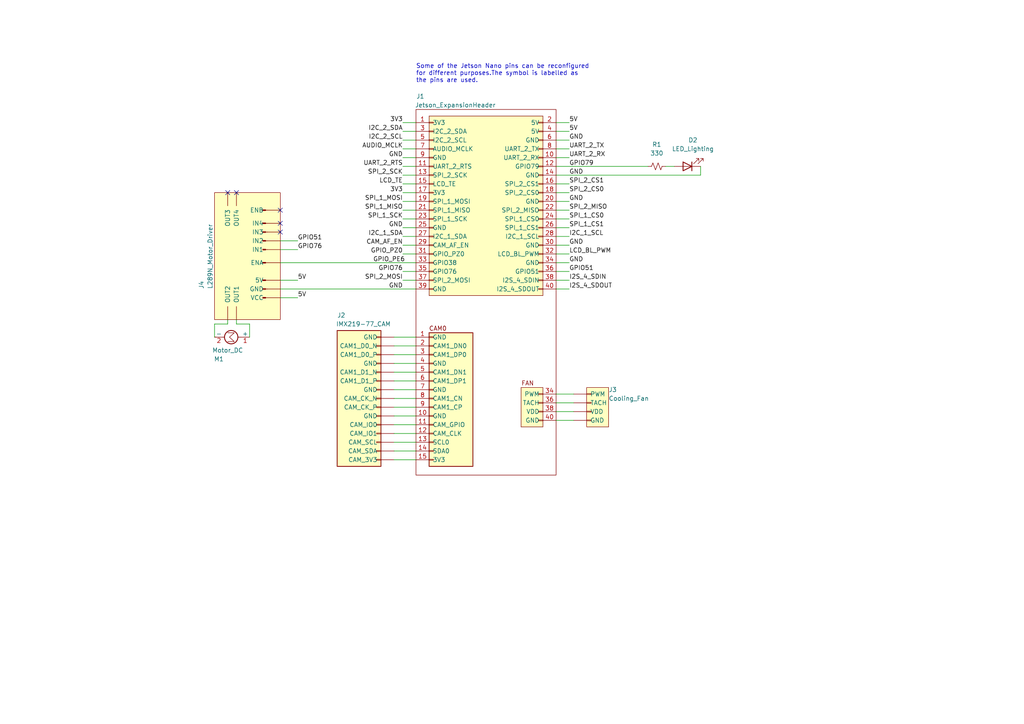
<source format=kicad_sch>
(kicad_sch (version 20211123) (generator eeschema)
  (paper "A4")
  (title_block (title "PlanktoScope with Jetson"))
  (lib_symbols
    (symbol "Conn_01x04_Male_2" (pin_numbers hide) (pin_names (offset 1.016))
      (property "Reference" "J?" (at -7.62 -1.27 0))
      (property "Value" "L289N_Motor_Driver" (at -5.08 -1.27 0))
      (symbol "Conn_01x04_Male_2_0_1"
        (rectangle (start -19.05 3.81) (end 17.78 -15.24) (fill (type background)))
      )
      (symbol "Conn_01x04_Male_2_1_1"
        (rectangle (start -12.573 -11.0236) (end -12.827 -10.16) (stroke (width 0.1524)) (fill (type outline)))
        (rectangle (start -10.033 -11.0236) (end -10.287 -10.16) (stroke (width 0.1524)) (fill (type outline)))
        (rectangle (start -7.493 -11.0236) (end -7.747 -10.16) (stroke (width 0.1524)) (fill (type outline)))
        (rectangle (start -2.413 -11.0236) (end -2.667 -10.16) (stroke (width 0.1524)) (fill (type outline)))
        (polyline (pts (xy -12.7 -11.43) (xy -12.7 -11.0236)) (stroke (width 0.1524)))
        (polyline (pts (xy -10.16 -11.43) (xy -10.16 -11.0236)) (stroke (width 0.1524)))
        (polyline (pts (xy -7.62 -11.43) (xy -7.62 -11.0236)) (stroke (width 0.1524)))
        (polyline (pts (xy -2.54 -11.43) (xy -2.54 -11.0236)) (stroke (width 0.1524)))
        (polyline (pts (xy 1.27 -11.43) (xy 1.27 -11.0236)) (stroke (width 0.1524)))
        (polyline (pts (xy 3.81 -11.43) (xy 3.81 -11.0236)) (stroke (width 0.1524)))
        (polyline (pts (xy 6.35 -11.43) (xy 6.35 -11.0236)) (stroke (width 0.1524)))
        (polyline (pts (xy 8.89 -11.43) (xy 8.89 -11.0236)) (stroke (width 0.1524)))
        (polyline (pts (xy 12.7 -11.43) (xy 12.7 -11.0236)) (stroke (width 0.1524)))
        (rectangle (start 1.397 -11.0236) (end 1.143 -10.16) (stroke (width 0.1524)) (fill (type outline)))
        (rectangle (start 3.937 -11.0236) (end 3.683 -10.16) (stroke (width 0.1524)) (fill (type outline)))
        (rectangle (start 6.477 -11.0236) (end 6.223 -10.16) (stroke (width 0.1524)) (fill (type outline)))
        (rectangle (start 9.017 -11.0236) (end 8.763 -10.16) (stroke (width 0.1524)) (fill (type outline)))
        (rectangle (start 12.827 -11.0236) (end 12.573 -10.16) (stroke (width 0.1524)) (fill (type outline)))
        (pin passive line (at -12.7 -15.24 90) (length 3.81) (name "VCC") (number "1"))
        (pin passive line (at -19.05 0 0) (length 3.81) (name "OUT2") (number "10"))
        (pin passive line (at -19.05 -2.54 0) (length 3.81) (name "OUT1") (number "11"))
        (pin passive line (at -10.16 -15.24 90) (length 3.81) (name "GND") (number "2"))
        (pin passive line (at -7.62 -15.24 90) (length 3.81) (name "5V") (number "3"))
        (pin passive line (at 1.27 -15.24 90) (length 3.81) (name "IN1") (number "4"))
        (pin passive line (at 3.81 -15.24 90) (length 3.81) (name "IN2") (number "5"))
        (pin passive line (at 6.35 -15.24 90) (length 3.81) (name "IN3") (number "6"))
        (pin passive line (at -2.54 -15.24 90) (length 3.81) (name "ENA") (number "7"))
        (pin passive line (at 12.7 -15.24 90) (length 3.81) (name "ENB") (number "7"))
        (pin passive line (at 8.89 -15.24 90) (length 3.81) (name "IN4") (number "7"))
        (pin passive line (at 17.78 -2.54 180) (length 3.81) (name "OUT4") (number "8"))
        (pin passive line (at 17.78 0 180) (length 3.81) (name "OUT3") (number "9"))
      )
    )
    (symbol "Conn_01x15_1" (pin_numbers hide) (pin_names (offset 1.016))
      (property "Reference" "J?" (at -5.08 24.13 0))
      (property "Value" "IMX219-77_CAM" (at -5.08 21.59 0))
      (symbol "Conn_01x15_1_1_1"
        (rectangle (start -1.27 -17.653) (end 0 -17.907) (stroke (width 0.1524)))
        (rectangle (start -1.27 -15.113) (end 0 -15.367) (stroke (width 0.1524)))
        (rectangle (start -1.27 -12.573) (end 0 -12.827) (stroke (width 0.1524)))
        (rectangle (start -1.27 -10.033) (end 0 -10.287) (stroke (width 0.1524)))
        (rectangle (start -1.27 -7.493) (end 0 -7.747) (stroke (width 0.1524)))
        (rectangle (start -1.27 -4.953) (end 0 -5.207) (stroke (width 0.1524)))
        (rectangle (start -1.27 -2.413) (end 0 -2.667) (stroke (width 0.1524)))
        (rectangle (start -1.27 0.127) (end 0 -0.127) (stroke (width 0.1524)))
        (rectangle (start -1.27 2.667) (end 0 2.413) (stroke (width 0.1524)))
        (rectangle (start -1.27 5.207) (end 0 4.953) (stroke (width 0.1524)))
        (rectangle (start -1.27 7.747) (end 0 7.493) (stroke (width 0.1524)))
        (rectangle (start -1.27 10.287) (end 0 10.033) (stroke (width 0.1524)))
        (rectangle (start -1.27 12.827) (end 0 12.573) (stroke (width 0.1524)))
        (rectangle (start -1.27 15.367) (end 0 15.113) (stroke (width 0.1524)))
        (rectangle (start -1.27 17.907) (end 0 17.653) (stroke (width 0.1524)))
        (rectangle (start -1.27 19.685) (end 11.43 -19.685) (stroke (width 0.254)) (fill (type background)))
        (pin passive line (at -5.08 17.78 0) (length 3.81) (name "GND") (number "1"))
        (pin passive line (at -5.08 -5.08 0) (length 3.81) (name "GND") (number "10"))
        (pin passive line (at -5.08 -7.62 0) (length 3.81) (name "CAM_IO0") (number "11"))
        (pin passive line (at -5.08 -10.16 0) (length 3.81) (name "CAM_IO1") (number "12"))
        (pin passive line (at -5.08 -12.7 0) (length 3.81) (name "CAM_SCL") (number "13"))
        (pin passive line (at -5.08 -15.24 0) (length 3.81) (name "CAM_SDA") (number "14"))
        (pin passive line (at -5.08 -17.78 0) (length 3.81) (name "CAM_3V3") (number "15"))
        (pin passive line (at -5.08 15.24 0) (length 3.81) (name "CAM1_D0_N") (number "2"))
        (pin passive line (at -5.08 12.7 0) (length 3.81) (name "CAM1_D0_P") (number "3"))
        (pin passive line (at -5.08 10.16 0) (length 3.81) (name "GND") (number "4"))
        (pin passive line (at -5.08 7.62 0) (length 3.81) (name "CAM1_D1_N") (number "5"))
        (pin passive line (at -5.08 5.08 0) (length 3.81) (name "CAM1_D1_P") (number "6"))
        (pin passive line (at -5.08 2.54 0) (length 3.81) (name "GND") (number "7"))
        (pin passive line (at -5.08 0 0) (length 3.81) (name "CAM_CK_N") (number "8"))
        (pin passive line (at -5.08 -2.54 0) (length 3.81) (name "CAM_CK_P") (number "9"))
      )
    )
    (symbol "Connector:Conn_01x04_Male" (pin_numbers hide) (pin_names (offset 1.016))
      (property "Reference" "J?" (at 1.27 -2.5399 0))
      (property "Value" "Cooling_Fan" (at 1.27 -5.0799 0))
      (symbol "Conn_01x04_Male_1_1"
        (rectangle (start 0 1.905) (end 6.35 -9.525) (fill (type background)))
        (rectangle (start 6.35 -7.493) (end 5.08 -7.747) (stroke (width 0.1524)))
        (rectangle (start 6.35 -4.953) (end 5.08 -5.207) (stroke (width 0.1524)))
        (rectangle (start 6.35 -2.413) (end 5.08 -2.667) (stroke (width 0.1524)))
        (rectangle (start 6.35 0.127) (end 5.08 -0.127) (stroke (width 0.1524)))
        (pin passive line (at 10.16 0 180) (length 3.81) (name "PWM") (number "1"))
        (pin passive line (at 10.16 -2.54 180) (length 3.81) (name "TACH") (number "2"))
        (pin passive line (at 10.16 -5.08 180) (length 3.81) (name "VDD") (number "3"))
        (pin passive line (at 10.16 -7.62 180) (length 3.81) (name "GND") (number "4"))
      )
    )
    (symbol "Device:LED" (pin_numbers hide) (pin_names (offset 1.016) hide)
      (property "Reference" "D" (at 0 2.54 0))
      (property "Value" "LED" (at 0 -2.54 0))
      (symbol "LED_0_1"
        (polyline (pts (xy -1.27 -1.27) (xy -1.27 1.27)) (stroke (width 0.254)))
        (polyline (pts (xy -1.27 0) (xy 1.27 0)))
        (polyline (pts (xy 1.27 -1.27) (xy 1.27 1.27) (xy -1.27 0) (xy 1.27 -1.27)) (stroke (width 0.254)))
        (polyline (pts (xy -3.048 -0.762) (xy -4.572 -2.286) (xy -3.81 -2.286) (xy -4.572 -2.286) (xy -4.572 -1.524)))
        (polyline (pts (xy -1.778 -0.762) (xy -3.302 -2.286) (xy -2.54 -2.286) (xy -3.302 -2.286) (xy -3.302 -1.524)))
      )
      (symbol "LED_1_1"
        (pin passive line (at -3.81 0 0) (length 2.54) (name "K") (number "1"))
        (pin passive line (at 3.81 0 180) (length 2.54) (name "A") (number "2"))
      )
    )
    (symbol "Device:R_Small_US" (pin_numbers hide) (pin_names (offset 0.254) hide)
      (property "Reference" "R" (at 0.762 0.508 0))
      (property "Value" "R_Small_US" (at 0.762 -1.016 0))
      (symbol "R_Small_US_1_1"
        (polyline (pts (xy 0 0) (xy 1.016 -0.381) (xy 0 -0.762) (xy -1.016 -1.143) (xy 0 -1.524)))
        (polyline (pts (xy 0 1.524) (xy 1.016 1.143) (xy 0 0.762) (xy -1.016 0.381) (xy 0 0)))
        (pin passive line (at 0 2.54 270) (length 1.016) (name "~") (number "1"))
        (pin passive line (at 0 -2.54 90) (length 1.016) (name "~") (number "2"))
      )
    )
    (symbol "Motor:Motor_DC" (pin_names (offset 0))
      (property "Reference" "M?" (at -2.54 8.89 90))
      (property "Value" "Motor_DC" (at -2.54 5.08 90))
      (symbol "Motor_DC_0_0"
        (polyline (pts (xy -1.27 -2.54) (xy -1.27 -0.635) (xy 0 -2.032) (xy 1.27 -0.635) (xy 1.27 -2.54)))
      )
      (symbol "Motor_DC_0_1"
        (circle (center 0 -1.524) (radius 1.9427) (stroke (width 0.254)))
        (polyline (pts (xy 0 -6.35) (xy 0 -5.842)))
        (polyline (pts (xy 0 -3.5052) (xy 0 -3.9116)))
        (polyline (pts (xy 0 0.4572) (xy 0 0.8128)))
        (polyline (pts (xy 0 0.762) (xy 0 1.27)))
      )
      (symbol "Motor_DC_1_1"
        (pin passive line (at 0 3.81 270) (length 2.54) (name "+") (number "1"))
        (pin passive line (at 0 -6.35 90) (length 2.54) (name "-") (number "2"))
      )
    )
    (symbol "RPi4_Conn_3" (pin_names (offset 1.016))
      (property "Reference" "J1" (at 15.24 31.75 0))
      (property "Value" "Jetson_ExpansionHeader" (at 15.24 29.21 0))
      (symbol "RPi4_Conn_3_0_0"
        (text "CAM0" (at 1.27 -36.83 0) (effects (font (size 1.27 1.27))))
        (text "FAN" (at 27.305 -52.705 0) (effects (font (size 1.27 1.27))))
      )
      (symbol "RPi4_Conn_3_0_1"
        (rectangle (start -5.08 26.67) (end 35.56 -79.375))
      )
      (symbol "RPi4_Conn_3_1_1"
        (rectangle (start -1.27 -74.803) (end 0 -75.057) (stroke (width 0.1524)))
        (rectangle (start -1.27 -72.263) (end 0 -72.517) (stroke (width 0.1524)))
        (rectangle (start -1.27 -69.723) (end 0 -69.977) (stroke (width 0.1524)))
        (rectangle (start -1.27 -67.183) (end 0 -67.437) (stroke (width 0.1524)))
        (rectangle (start -1.27 -64.643) (end 0 -64.897) (stroke (width 0.1524)))
        (rectangle (start -1.27 -62.103) (end 0 -62.357) (stroke (width 0.1524)))
        (rectangle (start -1.27 -59.563) (end 0 -59.817) (stroke (width 0.1524)))
        (rectangle (start -1.27 -57.023) (end 0 -57.277) (stroke (width 0.1524)))
        (rectangle (start -1.27 -54.483) (end 0 -54.737) (stroke (width 0.1524)))
        (rectangle (start -1.27 -51.943) (end 0 -52.197) (stroke (width 0.1524)))
        (rectangle (start -1.27 -49.403) (end 0 -49.657) (stroke (width 0.1524)))
        (rectangle (start -1.27 -46.863) (end 0 -47.117) (stroke (width 0.1524)))
        (rectangle (start -1.27 -44.323) (end 0 -44.577) (stroke (width 0.1524)))
        (rectangle (start -1.27 -41.783) (end 0 -42.037) (stroke (width 0.1524)))
        (rectangle (start -1.27 -39.243) (end 0 -39.497) (stroke (width 0.1524)))
        (rectangle (start -1.27 -38.1) (end 11.43 -76.835) (stroke (width 0.254)) (fill (type background)))
        (rectangle (start -1.27 -25.273) (end 0 -25.527) (stroke (width 0.1524)))
        (rectangle (start -1.27 -22.733) (end 0 -22.987) (stroke (width 0.1524)))
        (rectangle (start -1.27 -20.193) (end 0 -20.447) (stroke (width 0.1524)))
        (rectangle (start -1.27 -17.653) (end 0 -17.907) (stroke (width 0.1524)))
        (rectangle (start -1.27 -15.113) (end 0 -15.367) (stroke (width 0.1524)))
        (rectangle (start -1.27 -12.573) (end 0 -12.827) (stroke (width 0.1524)))
        (rectangle (start -1.27 -10.033) (end 0 -10.287) (stroke (width 0.1524)))
        (rectangle (start -1.27 -7.493) (end 0 -7.747) (stroke (width 0.1524)))
        (rectangle (start -1.27 -4.953) (end 0 -5.207) (stroke (width 0.1524)))
        (rectangle (start -1.27 -2.413) (end 0 -2.667) (stroke (width 0.1524)))
        (rectangle (start -1.27 0.127) (end 0 -0.127) (stroke (width 0.1524)))
        (rectangle (start -1.27 2.667) (end 0 2.413) (stroke (width 0.1524)))
        (rectangle (start -1.27 5.207) (end 0 4.953) (stroke (width 0.1524)))
        (rectangle (start -1.27 7.747) (end 0 7.493) (stroke (width 0.1524)))
        (rectangle (start -1.27 10.287) (end 0 10.033) (stroke (width 0.1524)))
        (rectangle (start -1.27 12.827) (end 0 12.573) (stroke (width 0.1524)))
        (rectangle (start -1.27 15.367) (end 0 15.113) (stroke (width 0.1524)))
        (rectangle (start -1.27 17.907) (end 0 17.653) (stroke (width 0.1524)))
        (rectangle (start -1.27 20.447) (end 0 20.193) (stroke (width 0.1524)))
        (rectangle (start -1.27 22.987) (end 0 22.733) (stroke (width 0.1524)))
        (rectangle (start -1.27 24.765) (end 31.75 -27.305) (fill (type background)))
        (rectangle (start 25.4 -53.975) (end 31.75 -65.405) (fill (type background)))
        (rectangle (start 31.75 -63.373) (end 30.48 -63.627) (stroke (width 0.1524)))
        (rectangle (start 31.75 -60.833) (end 30.48 -61.087) (stroke (width 0.1524)))
        (rectangle (start 31.75 -58.293) (end 30.48 -58.547) (stroke (width 0.1524)))
        (rectangle (start 31.75 -55.753) (end 30.48 -56.007) (stroke (width 0.1524)))
        (rectangle (start 31.75 -25.273) (end 30.48 -25.527) (stroke (width 0.1524)))
        (rectangle (start 31.75 -22.733) (end 30.48 -22.987) (stroke (width 0.1524)))
        (rectangle (start 31.75 -20.193) (end 30.48 -20.447) (stroke (width 0.1524)))
        (rectangle (start 31.75 -17.653) (end 30.48 -17.907) (stroke (width 0.1524)))
        (rectangle (start 31.75 -15.113) (end 30.48 -15.367) (stroke (width 0.1524)))
        (rectangle (start 31.75 -12.573) (end 30.48 -12.827) (stroke (width 0.1524)))
        (rectangle (start 31.75 -10.033) (end 30.48 -10.287) (stroke (width 0.1524)))
        (rectangle (start 31.75 -7.493) (end 30.48 -7.747) (stroke (width 0.1524)))
        (rectangle (start 31.75 -4.953) (end 30.48 -5.207) (stroke (width 0.1524)))
        (rectangle (start 31.75 -2.413) (end 30.48 -2.667) (stroke (width 0.1524)))
        (rectangle (start 31.75 0.127) (end 30.48 -0.127) (stroke (width 0.1524)))
        (rectangle (start 31.75 2.667) (end 30.48 2.413) (stroke (width 0.1524)))
        (rectangle (start 31.75 5.207) (end 30.48 4.953) (stroke (width 0.1524)))
        (rectangle (start 31.75 7.747) (end 30.48 7.493) (stroke (width 0.1524)))
        (rectangle (start 31.75 10.287) (end 30.48 10.033) (stroke (width 0.1524)))
        (rectangle (start 31.75 12.827) (end 30.48 12.573) (stroke (width 0.1524)))
        (rectangle (start 31.75 15.367) (end 30.48 15.113) (stroke (width 0.1524)))
        (rectangle (start 31.75 17.907) (end 30.48 17.653) (stroke (width 0.1524)))
        (rectangle (start 31.75 20.447) (end 30.48 20.193) (stroke (width 0.1524)))
        (rectangle (start 31.75 22.987) (end 30.48 22.733) (stroke (width 0.1524)))
        (pin passive line (at -5.08 22.86 0) (length 3.81) (name "3V3") (number "1"))
        (pin passive line (at -5.08 -39.37 0) (length 3.81) (name "GND") (number "1"))
        (pin passive line (at -5.08 -62.23 0) (length 3.81) (name "GND") (number "10"))
        (pin passive line (at 35.56 12.7 180) (length 3.81) (name "UART_2_RX") (number "10"))
        (pin passive line (at -5.08 -64.77 0) (length 3.81) (name "CAM_GPIO") (number "11"))
        (pin passive line (at -5.08 10.16 0) (length 3.81) (name "UART_2_RTS") (number "11"))
        (pin passive line (at -5.08 -67.31 0) (length 3.81) (name "CAM_CLK") (number "12"))
        (pin passive line (at 35.56 10.16 180) (length 3.81) (name "GPIO79") (number "12"))
        (pin passive line (at -5.08 -69.85 0) (length 3.81) (name "SCL0") (number "13"))
        (pin passive line (at -5.08 7.62 0) (length 3.81) (name "SPI_2_SCK") (number "13"))
        (pin passive line (at 35.56 7.62 180) (length 3.81) (name "GND") (number "14"))
        (pin passive line (at -5.08 -72.39 0) (length 3.81) (name "SDA0") (number "14"))
        (pin passive line (at -5.08 -74.93 0) (length 3.81) (name "3V3") (number "15"))
        (pin passive line (at -5.08 5.08 0) (length 3.81) (name "LCD_TE") (number "15"))
        (pin passive line (at 35.56 5.08 180) (length 3.81) (name "SPI_2_CS1") (number "16"))
        (pin passive line (at -5.08 2.54 0) (length 3.81) (name "3V3") (number "17"))
        (pin passive line (at 35.56 2.54 180) (length 3.81) (name "SPI_2_CS0") (number "18"))
        (pin passive line (at -5.08 0 0) (length 3.81) (name "SPI_1_MOSI") (number "19"))
        (pin passive line (at 35.56 22.86 180) (length 3.81) (name "5V") (number "2"))
        (pin passive line (at -5.08 -41.91 0) (length 3.81) (name "CAM1_DN0") (number "2"))
        (pin passive line (at 35.56 0 180) (length 3.81) (name "GND") (number "20"))
        (pin passive line (at -5.08 -2.54 0) (length 3.81) (name "SPI_1_MISO") (number "21"))
        (pin passive line (at 35.56 -2.54 180) (length 3.81) (name "SPI_2_MISO") (number "22"))
        (pin passive line (at -5.08 -5.08 0) (length 3.81) (name "SPI_1_SCK") (number "23"))
        (pin passive line (at 35.56 -5.08 180) (length 3.81) (name "SPI_1_CS0") (number "24"))
        (pin passive line (at -5.08 -7.62 0) (length 3.81) (name "GND") (number "25"))
        (pin passive line (at 35.56 -7.62 180) (length 3.81) (name "SPI_1_CS1") (number "26"))
        (pin passive line (at -5.08 -10.16 0) (length 3.81) (name "I2C_1_SDA") (number "27"))
        (pin passive line (at 35.56 -10.16 180) (length 3.81) (name "I2C_1_SCL") (number "28"))
        (pin passive line (at -5.08 -12.7 0) (length 3.81) (name "CAM_AF_EN") (number "29"))
        (pin passive line (at -5.08 -44.45 0) (length 3.81) (name "CAM1_DP0") (number "3"))
        (pin passive line (at -5.08 20.32 0) (length 3.81) (name "I2C_2_SDA") (number "3"))
        (pin passive line (at 35.56 -12.7 180) (length 3.81) (name "GND") (number "30"))
        (pin passive line (at -5.08 -15.24 0) (length 3.81) (name "GPIO_PZ0") (number "31"))
        (pin passive line (at 35.56 -15.24 180) (length 3.81) (name "LCD_BL_PWM") (number "32"))
        (pin passive line (at -5.08 -17.78 0) (length 3.81) (name "GPIO38") (number "33"))
        (pin passive line (at 35.56 -17.78 180) (length 3.81) (name "GND") (number "34"))
        (pin passive line (at 35.56 -55.88 180) (length 3.81) (name "PWM") (number "34"))
        (pin passive line (at -5.08 -20.32 0) (length 3.81) (name "GPIO76") (number "35"))
        (pin passive line (at 35.56 -20.32 180) (length 3.81) (name "GPIO51") (number "36"))
        (pin passive line (at 35.56 -58.42 180) (length 3.81) (name "TACH") (number "36"))
        (pin passive line (at -5.08 -22.86 0) (length 3.81) (name "SPI_2_MOSI") (number "37"))
        (pin passive line (at 35.56 -22.86 180) (length 3.81) (name "I2S_4_SDIN") (number "38"))
        (pin passive line (at 35.56 -60.96 180) (length 3.81) (name "VDD") (number "38"))
        (pin passive line (at -5.08 -25.4 0) (length 3.81) (name "GND") (number "39"))
        (pin passive line (at 35.56 20.32 180) (length 3.81) (name "5V") (number "4"))
        (pin passive line (at -5.08 -46.99 0) (length 3.81) (name "GND") (number "4"))
        (pin passive line (at 35.56 -63.5 180) (length 3.81) (name "GND") (number "40"))
        (pin passive line (at 35.56 -25.4 180) (length 3.81) (name "I2S_4_SDOUT") (number "40"))
        (pin passive line (at -5.08 -49.53 0) (length 3.81) (name "CAM1_DN1") (number "5"))
        (pin passive line (at -5.08 17.78 0) (length 3.81) (name "I2C_2_SCL") (number "5"))
        (pin passive line (at -5.08 -52.07 0) (length 3.81) (name "CAM1_DP1") (number "6"))
        (pin passive line (at 35.56 17.78 180) (length 3.81) (name "GND") (number "6"))
        (pin passive line (at -5.08 15.24 0) (length 3.81) (name "AUDIO_MCLK") (number "7"))
        (pin passive line (at -5.08 -54.61 0) (length 3.81) (name "GND") (number "7"))
        (pin passive line (at -5.08 -57.15 0) (length 3.81) (name "CAM1_CN") (number "8"))
        (pin passive line (at 35.56 15.24 180) (length 3.81) (name "UART_2_TX") (number "8"))
        (pin passive line (at -5.08 -59.69 0) (length 3.81) (name "CAM1_CP") (number "9"))
        (pin passive line (at -5.08 12.7 0) (length 3.81) (name "GND") (number "9"))
      )
    )
  )
  (no_connect (at 68.58 55.88))
  (no_connect (at 81.28 67.31))
  (no_connect (at 81.28 64.77))
  (no_connect (at 81.28 60.96))
  (no_connect (at 66.04 55.88))
  (wire (pts (xy 161.29 38.1) (xy 165.1 38.1)))
  (wire (pts (xy 114.3 120.65) (xy 120.65 120.65)))
  (wire (pts (xy 161.29 40.64) (xy 165.1 40.64)))
  (wire (pts (xy 161.29 83.82) (xy 165.1 83.82)))
  (wire (pts (xy 114.3 128.27) (xy 120.65 128.27)))
  (wire (pts (xy 81.28 76.2) (xy 120.65 76.2)))
  (wire (pts (xy 114.3 105.41) (xy 120.65 105.41)))
  (wire (pts (xy 72.39 93.98) (xy 72.39 97.79)))
  (wire (pts (xy 193.04 48.26) (xy 195.58 48.26)))
  (wire (pts (xy 81.28 81.28) (xy 86.36 81.28)))
  (wire (pts (xy 161.29 71.12) (xy 165.1 71.12)))
  (wire (pts (xy 161.29 58.42) (xy 165.1 58.42)))
  (wire (pts (xy 114.3 115.57) (xy 120.65 115.57)))
  (wire (pts (xy 68.58 92.71) (xy 68.58 93.98)))
  (wire (pts (xy 161.29 60.96) (xy 165.1 60.96)))
  (wire (pts (xy 120.65 48.26) (xy 116.84 48.26)))
  (wire (pts (xy 81.28 86.36) (xy 86.36 86.36)))
  (wire (pts (xy 114.3 123.19) (xy 120.65 123.19)))
  (wire (pts (xy 120.65 40.64) (xy 116.84 40.64)))
  (wire (pts (xy 120.65 53.34) (xy 116.84 53.34)))
  (wire (pts (xy 161.29 43.18) (xy 165.1 43.18)))
  (wire (pts (xy 161.29 68.58) (xy 165.1 68.58)))
  (wire (pts (xy 120.65 35.56) (xy 116.84 35.56)))
  (wire (pts (xy 114.3 125.73) (xy 120.65 125.73)))
  (wire (pts (xy 120.65 63.5) (xy 116.84 63.5)))
  (wire (pts (xy 161.29 35.56) (xy 165.1 35.56)))
  (wire (pts (xy 161.29 76.2) (xy 165.1 76.2)))
  (wire (pts (xy 62.23 97.79) (xy 62.23 93.98)))
  (wire (pts (xy 161.29 66.04) (xy 165.1 66.04)))
  (wire (pts (xy 114.3 113.03) (xy 120.65 113.03)))
  (wire (pts (xy 120.65 73.66) (xy 116.84 73.66)))
  (wire (pts (xy 161.29 116.84) (xy 166.37 116.84)))
  (wire (pts (xy 62.23 93.98) (xy 66.04 93.98)))
  (wire (pts (xy 120.65 78.74) (xy 116.84 78.74)))
  (wire (pts (xy 161.29 81.28) (xy 165.1 81.28)))
  (wire (pts (xy 161.29 55.88) (xy 165.1 55.88)))
  (wire (pts (xy 114.3 102.87) (xy 120.65 102.87)))
  (wire (pts (xy 120.65 45.72) (xy 116.84 45.72)))
  (wire (pts (xy 86.36 72.39) (xy 81.28 72.39)))
  (wire (pts (xy 161.29 73.66) (xy 165.1 73.66)))
  (wire (pts (xy 114.3 107.95) (xy 120.65 107.95)))
  (wire (pts (xy 114.3 100.33) (xy 120.65 100.33)))
  (wire (pts (xy 161.29 121.92) (xy 166.37 121.92)))
  (wire (pts (xy 120.65 38.1) (xy 116.84 38.1)))
  (wire (pts (xy 203.2 48.26) (xy 203.2 50.8)))
  (wire (pts (xy 161.29 50.8) (xy 203.2 50.8)))
  (wire (pts (xy 161.29 78.74) (xy 165.1 78.74)))
  (wire (pts (xy 161.29 53.34) (xy 165.1 53.34)))
  (wire (pts (xy 114.3 97.79) (xy 120.65 97.79)))
  (wire (pts (xy 114.3 133.35) (xy 120.65 133.35)))
  (wire (pts (xy 114.3 110.49) (xy 120.65 110.49)))
  (wire (pts (xy 66.04 93.98) (xy 66.04 92.71)))
  (wire (pts (xy 120.65 81.28) (xy 116.84 81.28)))
  (wire (pts (xy 161.29 114.3) (xy 166.37 114.3)))
  (wire (pts (xy 161.29 48.26) (xy 187.96 48.26)))
  (wire (pts (xy 120.65 58.42) (xy 116.84 58.42)))
  (wire (pts (xy 81.28 83.82) (xy 120.65 83.82)))
  (wire (pts (xy 120.65 68.58) (xy 116.84 68.58)))
  (wire (pts (xy 120.65 66.04) (xy 116.84 66.04)))
  (wire (pts (xy 161.29 45.72) (xy 165.1 45.72)))
  (wire (pts (xy 120.65 43.18) (xy 116.84 43.18)))
  (wire (pts (xy 114.3 130.81) (xy 120.65 130.81)))
  (wire (pts (xy 120.65 71.12) (xy 116.84 71.12)))
  (wire (pts (xy 161.29 63.5) (xy 165.1 63.5)))
  (wire (pts (xy 120.65 50.8) (xy 116.84 50.8)))
  (wire (pts (xy 120.65 55.88) (xy 116.84 55.88)))
  (wire (pts (xy 68.58 93.98) (xy 72.39 93.98)))
  (wire (pts (xy 114.3 118.11) (xy 120.65 118.11)))
  (wire (pts (xy 120.65 60.96) (xy 116.84 60.96)))
  (wire (pts (xy 86.36 69.85) (xy 81.28 69.85)))
  (wire (pts (xy 161.29 119.38) (xy 166.37 119.38)))
  (text "Some of the Jetson Nano pins can be reconfigured\nfor different purposes.The symbol is labelled as \nthe pins are used.\n" (at 120.65 24.13 0) (effects (font (size 1.27 1.27)) (justify left bottom)))
  (label "SPI_1_MISO" (at 116.84 60.96 180))
  (label "SPI_2_MISO" (at 165.1 60.96 0))
  (label "I2S_4_SDOUT" (at 165.1 83.82 0))
  (label "GND" (at 165.1 58.42 0))
  (label "GPIO51" (at 165.1 78.74 0))
  (label "GND" (at 165.1 50.8 0))
  (label "5V" (at 165.1 38.1 0))
  (label "SPI_1_CS1" (at 165.1 66.04 0))
  (label "GND" (at 116.84 66.04 180))
  (label "SPI_2_MOSI" (at 116.84 81.28 180))
  (label "SPI_2_CS0" (at 165.1 55.88 0))
  (label "GPIO_PE6" (at 117.475 76.2 180))
  (label "GPIO76" (at 86.36 72.39 0))
  (label "SPI_2_SCK" (at 116.84 50.8 180))
  (label "5V" (at 86.36 81.28 0))
  (label "GPIO_PZ0" (at 116.84 73.66 180))
  (label "LCD_TE" (at 116.84 53.34 180))
  (label "UART_2_RTS" (at 116.84 48.26 180))
  (label "GND" (at 165.1 71.12 0))
  (label "UART_2_RX" (at 165.1 45.72 0))
  (label "5V" (at 86.36 86.36 0))
  (label "3V3" (at 116.84 55.88 180))
  (label "SPI_1_SCK" (at 116.84 63.5 180))
  (label "SPI_1_CS0" (at 165.1 63.5 0))
  (label "GND" (at 116.84 83.82 180))
  (label "3V3" (at 116.84 35.56 180))
  (label "AUDIO_MCLK" (at 116.84 43.18 180))
  (label "SPI_1_MOSI" (at 116.84 58.42 180))
  (label "UART_2_TX" (at 165.1 43.18 0))
  (label "I2S_4_SDIN" (at 165.1 81.28 0))
  (label "GPIO51" (at 86.36 69.85 0))
  (label "LCD_BL_PWM" (at 165.1 73.66 0))
  (label "GPIO79" (at 165.1 48.26 0))
  (label "GND" (at 116.84 45.72 180))
  (label "I2C_2_SCL" (at 116.84 40.64 180))
  (label "I2C_1_SDA" (at 116.84 68.58 180))
  (label "GND" (at 165.1 40.64 0))
  (label "I2C_2_SDA" (at 116.84 38.1 180))
  (label "CAM_AF_EN" (at 116.84 71.12 180))
  (label "SPI_2_CS1" (at 165.1 53.34 0))
  (label "I2C_1_SCL" (at 165.1 68.58 0))
  (label "GPIO76" (at 116.84 78.74 180))
  (label "5V" (at 165.1 35.56 0))
  (label "GND" (at 165.1 76.2 0))
  (symbol (lib_name "Conn_01x04_Male_2") (lib_id "Connector:Conn_01x04_Male") (at 66.04 73.66 90) (unit 1)
    (property "Reference" "J4" (at 58.42 83.82 0) (effects (justify left)))
    (property "Value" "L289N_Motor_Driver" (at 60.96 83.82 0) (effects (justify left)))
  )
  (symbol (lib_id "Device:R_Small_US") (at 190.5 48.26 90) (unit 1)
    (property "Reference" "R1" (at 190.5 41.91 90))
    (property "Value" "330" (at 190.5 44.45 90))
  )
  (symbol (lib_name "RPi4_Conn_3") (lib_id "Custom:RPi4_Conn") (at 125.73 58.42 0) (unit 1)
    (property "Reference" "J1" (at 121.92 27.94 0))
    (property "Value" "Jetson_ExpansionHeader" (at 132.08 30.48 0))
  )
  (symbol (lib_id "Device:LED") (at 199.39 48.26 180) (unit 1)
    (property "Reference" "D2" (at 200.9775 40.64 0))
    (property "Value" "LED_Lighting" (at 200.9775 43.18 0))
  )
  (symbol (lib_id "Motor:Motor_DC") (at 68.58 97.79 270) (unit 1)
    (property "Reference" "M1" (at 63.5 104.14 90))
    (property "Value" "Motor_DC" (at 66.04 101.6 90))
  )
  (symbol (lib_name "Conn_01x15_1") (lib_id "Connector_Generic:Conn_01x15") (at 109.22 115.57 0) (mirror y) (unit 1)
    (property "Reference" "J2" (at 97.79 91.44 0) (effects (justify right)))
    (property "Value" "IMX219-77_CAM" (at 105.41 93.98 0))
  )
  (symbol (lib_id "Connector:Conn_01x04_Male") (at 176.53 114.3 0) (mirror y) (unit 1)
    (property "Reference" "J3" (at 176.53 113.03 0) (effects (justify right)))
    (property "Value" "Cooling_Fan" (at 176.53 115.57 0) (effects (justify right)))
  )
)
</source>
